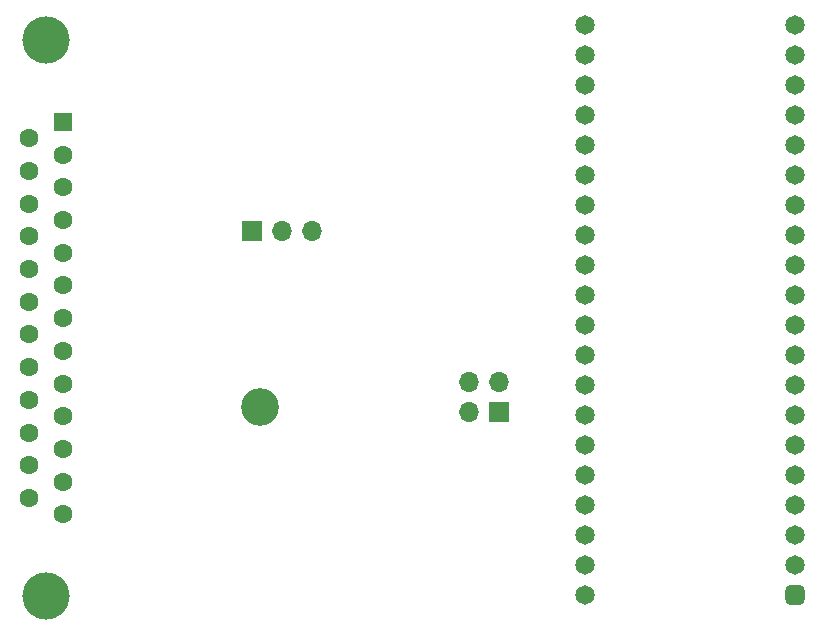
<source format=gbr>
%TF.GenerationSoftware,KiCad,Pcbnew,6.0.5-a6ca702e91~116~ubuntu21.10.1*%
%TF.CreationDate,2023-01-26T05:59:22-07:00*%
%TF.ProjectId,DB25_External,44423235-5f45-4787-9465-726e616c2e6b,rev?*%
%TF.SameCoordinates,Original*%
%TF.FileFunction,Soldermask,Bot*%
%TF.FilePolarity,Negative*%
%FSLAX46Y46*%
G04 Gerber Fmt 4.6, Leading zero omitted, Abs format (unit mm)*
G04 Created by KiCad (PCBNEW 6.0.5-a6ca702e91~116~ubuntu21.10.1) date 2023-01-26 05:59:22*
%MOMM*%
%LPD*%
G01*
G04 APERTURE LIST*
G04 Aperture macros list*
%AMRoundRect*
0 Rectangle with rounded corners*
0 $1 Rounding radius*
0 $2 $3 $4 $5 $6 $7 $8 $9 X,Y pos of 4 corners*
0 Add a 4 corners polygon primitive as box body*
4,1,4,$2,$3,$4,$5,$6,$7,$8,$9,$2,$3,0*
0 Add four circle primitives for the rounded corners*
1,1,$1+$1,$2,$3*
1,1,$1+$1,$4,$5*
1,1,$1+$1,$6,$7*
1,1,$1+$1,$8,$9*
0 Add four rect primitives between the rounded corners*
20,1,$1+$1,$2,$3,$4,$5,0*
20,1,$1+$1,$4,$5,$6,$7,0*
20,1,$1+$1,$6,$7,$8,$9,0*
20,1,$1+$1,$8,$9,$2,$3,0*%
G04 Aperture macros list end*
%ADD10RoundRect,0.412500X0.412500X0.412500X-0.412500X0.412500X-0.412500X-0.412500X0.412500X-0.412500X0*%
%ADD11C,1.650000*%
%ADD12R,1.700000X1.700000*%
%ADD13O,1.700000X1.700000*%
%ADD14C,3.200000*%
%ADD15C,4.000000*%
%ADD16R,1.600000X1.600000*%
%ADD17C,1.600000*%
G04 APERTURE END LIST*
D10*
%TO.C,RP1*%
X169468800Y-124104400D03*
D11*
X169468800Y-121564400D03*
X169468800Y-119024400D03*
X169468800Y-116484400D03*
X169468800Y-113944400D03*
X169468800Y-111404400D03*
X169468800Y-108864400D03*
X169468800Y-106324400D03*
X169468800Y-103784400D03*
X169468800Y-101244400D03*
X169468800Y-98704400D03*
X169468800Y-96164400D03*
X169468800Y-93624400D03*
X169468800Y-91084400D03*
X169468800Y-88544400D03*
X169468800Y-86004400D03*
X169468800Y-83464400D03*
X169468800Y-80924400D03*
X169468800Y-78384400D03*
X169468800Y-75844400D03*
X151688800Y-75844400D03*
X151688800Y-78384400D03*
X151688800Y-80924400D03*
X151688800Y-83464400D03*
X151688800Y-86004400D03*
X151688800Y-88544400D03*
X151688800Y-91084400D03*
X151688800Y-93624400D03*
X151688800Y-96164400D03*
X151688800Y-98704400D03*
X151688800Y-101244400D03*
X151688800Y-103784400D03*
X151688800Y-106324400D03*
X151688800Y-108864400D03*
X151688800Y-111404400D03*
X151688800Y-113944400D03*
X151688800Y-116484400D03*
X151688800Y-119024400D03*
X151688800Y-121564400D03*
X151688800Y-124104400D03*
%TD*%
D12*
%TO.C,J1*%
X123494800Y-93268800D03*
D13*
X126034800Y-93268800D03*
X128574800Y-93268800D03*
%TD*%
D14*
%TO.C,REF\u002A\u002A*%
X124155200Y-108204000D03*
%TD*%
D12*
%TO.C,J4*%
X144373600Y-108610400D03*
D13*
X141833600Y-108610400D03*
X144373600Y-106070400D03*
X141833600Y-106070400D03*
%TD*%
D15*
%TO.C,J2*%
X106037131Y-77130600D03*
X106037131Y-124230600D03*
D16*
X107457131Y-84060600D03*
D17*
X107457131Y-86830600D03*
X107457131Y-89600600D03*
X107457131Y-92370600D03*
X107457131Y-95140600D03*
X107457131Y-97910600D03*
X107457131Y-100680600D03*
X107457131Y-103450600D03*
X107457131Y-106220600D03*
X107457131Y-108990600D03*
X107457131Y-111760600D03*
X107457131Y-114530600D03*
X107457131Y-117300600D03*
X104617131Y-85445600D03*
X104617131Y-88215600D03*
X104617131Y-90985600D03*
X104617131Y-93755600D03*
X104617131Y-96525600D03*
X104617131Y-99295600D03*
X104617131Y-102065600D03*
X104617131Y-104835600D03*
X104617131Y-107605600D03*
X104617131Y-110375600D03*
X104617131Y-113145600D03*
X104617131Y-115915600D03*
%TD*%
M02*

</source>
